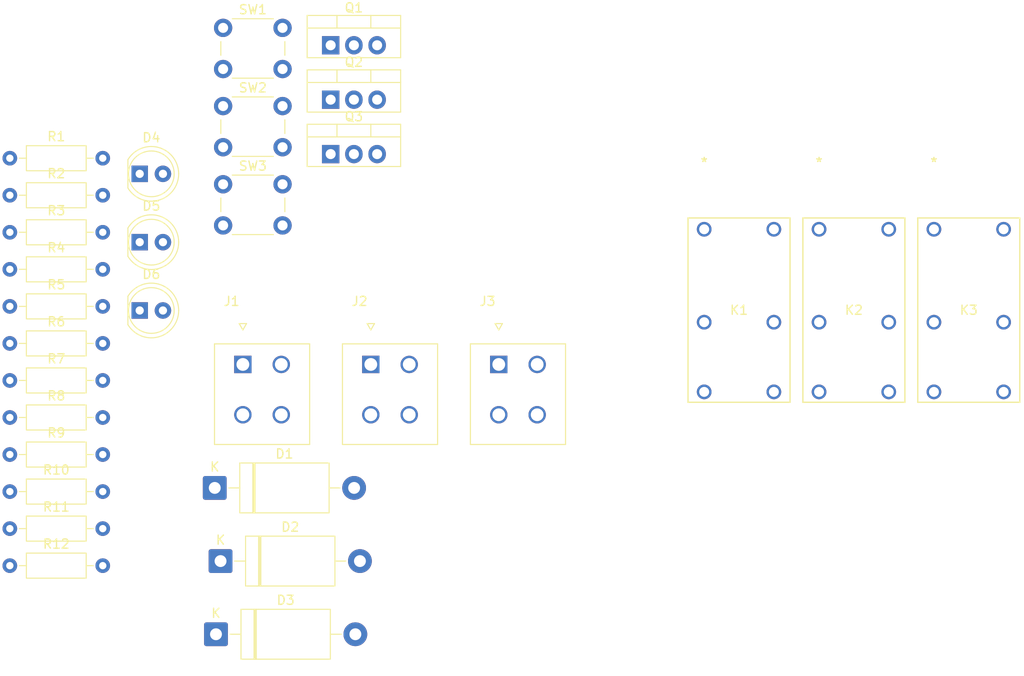
<source format=kicad_pcb>
(kicad_pcb (version 20241229) (generator "pcbnew") (generator_version "9.0")
  (layers (0 "F.Cu" signal) (2 "B.Cu" signal) (13 "F.Paste" user) (15 "B.Paste" user) (5 "F.SilkS" user "F.Silkscreen") (7 "B.SilkS" user "B.Silkscreen") (1 "F.Mask" user) (3 "B.Mask" user) (25 "Edge.Cuts" user))
  (net 0 "")
  (net 1 "BSPD_FAULT")
  (net 2 "Net-(D1-K)")
  (net 3 "GND")
  (net 4 "Net-(D2-K)")
  (net 5 "Net-(D3-K)")
  (net 6 "BMS_FAULT")
  (net 7 "GVLM_INPUT")
  (net 8 "+12V")
  (net 10 "IMD_FAULT")
  (net 11 "IMDfault_LED")
  (net 12 "BSPDfault_LED")
  (net 13 "BMSfault_LED")
  (net 14 "Net-(D4-K)")
  (net 15 "Net-(D5-K)")
  (net 16 "Net-(D6-K)")
  (net 17 "Net-(Q3-D)")
  (net 18 "Net-(Q2-G)")
  (net 19 "Net-(Q1-D)")
  (net 20 "Net-(Q1-G)")
  (net 21 "Net-(Q2-D)")
  (net 22 "Net-(Q3-G)")
  (footprint "Resistor_THT:R_Axial_DIN0207_L6.3mm_D2.5mm_P10.16mm_Horizontal" (layer "F.Cu") (at 151.34 83.7)
    (property "Reference" "R6" (at 5.08 -2.37 0) (layer "F.SilkS"))
    (property "Value" "1k")
    (fp_line (start 1.04 0) (end 1.81 0) (stroke (width 0.12)) (layer "F.SilkS"))
    (fp_line (start 9.12 0) (end 8.35 0) (stroke (width 0.12)) (layer "F.SilkS"))
    (fp_rect (start 1.81 -1.37) (end 8.35 1.37) (stroke (width 0.12)) (fill no) (layer "F.SilkS"))
    (pad "1" thru_hole circle (at 0 0) (size 1.6 1.6) (drill 0.8) (layers "*.Cu" "*.Mask") (net 2 "Net-(D1-K)"))
    (pad "2" thru_hole circle (at 10.16 0) (size 1.6 1.6) (drill 0.8) (layers "*.Cu" "*.Mask") (net 18 "Net-(Q2-G)"))
  )
  (footprint "Resistor_THT:R_Axial_DIN0207_L6.3mm_D2.5mm_P10.16mm_Horizontal" (layer "F.Cu") (at 151.34 75.6)
    (property "Reference" "R4" (at 5.08 -2.37 0) (layer "F.SilkS"))
    (property "Value" "470")
    (fp_line (start 1.04 0) (end 1.81 0) (stroke (width 0.12)) (layer "F.SilkS"))
    (fp_line (start 9.12 0) (end 8.35 0) (stroke (width 0.12)) (layer "F.SilkS"))
    (fp_rect (start 1.81 -1.37) (end 8.35 1.37) (stroke (width 0.12)) (fill no) (layer "F.SilkS"))
    (pad "1" thru_hole circle (at 0 0) (size 1.6 1.6) (drill 0.8) (layers "*.Cu" "*.Mask") (net 11 "IMDfault_LED"))
    (pad "2" thru_hole circle (at 10.16 0) (size 1.6 1.6) (drill 0.8) (layers "*.Cu" "*.Mask") (net 17 "Net-(Q3-D)"))
  )
  (footprint "LED_THT:LED_D5.0mm" (layer "F.Cu") (at 165.54 65.16)
    (property "Reference" "D4" (at 1.27 -3.96 0) (layer "F.SilkS"))
    (property "Value" "DEBUG LED")
    (fp_line (start -1.29 -1.545) (end -1.29 1.545) (stroke (width 0.12)) (layer "F.SilkS"))
    (fp_arc (start -1.29 -1.54483) (mid 2.071779 -2.880495) (end 4.26 0) (stroke (width 0.12)) (layer "F.SilkS"))
    (fp_arc (start 4.26 0) (mid 2.071779 2.880495) (end -1.29 1.54483) (stroke (width 0.12)) (layer "F.SilkS"))
    (fp_circle (center 1.27 0) (end 3.77 0) (stroke (width 0.12)) (fill no) (layer "F.SilkS"))
    (pad "1" thru_hole rect (at 0 0) (size 1.8 1.8) (drill 0.9) (layers "*.Cu" "*.Mask") (net 14 "Net-(D4-K)"))
    (pad "2" thru_hole circle (at 2.54 0) (size 1.8 1.8) (drill 0.9) (layers "*.Cu" "*.Mask") (net 2 "Net-(D1-K)"))
  )
  (footprint "Resistor_THT:R_Axial_DIN0207_L6.3mm_D2.5mm_P10.16mm_Horizontal" (layer "F.Cu") (at 151.34 99.9)
    (property "Reference" "R10" (at 5.08 -2.37 0) (layer "F.SilkS"))
    (property "Value" "10k")
    (fp_line (start 1.04 0) (end 1.81 0) (stroke (width 0.12)) (layer "F.SilkS"))
    (fp_line (start 9.12 0) (end 8.35 0) (stroke (width 0.12)) (layer "F.SilkS"))
    (fp_rect (start 1.81 -1.37) (end 8.35 1.37) (stroke (width 0.12)) (fill no) (layer "F.SilkS"))
    (pad "1" thru_hole circle (at 0 0) (size 1.6 1.6) (drill 0.8) (layers "*.Cu" "*.Mask") (net 4 "Net-(D2-K)"))
    (pad "2" thru_hole circle (at 10.16 0) (size 1.6 1.6) (drill 0.8) (layers "*.Cu" "*.Mask") (net 3 "GND"))
  )
  (footprint "1MyCustomLibrary:MOLEX_39296048" (layer "F.Cu") (at 190.81 86)
    (property "Reference" "J2" (at -1.225 -6.905 0) (layer "F.SilkS"))
    (property "Value" "2x2con")
    (fp_line (start -3.1 -2.25) (end 7.3 -2.25) (stroke (width 0.127)) (layer "F.SilkS"))
    (fp_line (start -3.1 8.75) (end -3.1 -2.25) (stroke (width 0.127)) (layer "F.SilkS"))
    (fp_line (start -0.4 -4.47) (end 0 -3.77) (stroke (width 0.127)) (layer "F.SilkS"))
    (fp_line (start 0 -3.77) (end 0.4 -4.47) (stroke (width 0.127)) (layer "F.SilkS"))
    (fp_line (start 0.4 -4.47) (end -0.4 -4.47) (stroke (width 0.127)) (layer "F.SilkS"))
    (fp_line (start 7.3 -2.25) (end 7.3 8.75) (stroke (width 0.127)) (layer "F.SilkS"))
    (fp_line (start 7.3 8.75) (end -3.1 8.75) (stroke (width 0.127)) (layer "F.SilkS"))
    (pad "1" thru_hole rect (at 0 0) (size 1.9 1.9) (drill 1.4) (layers "*.Cu") (net 1 "BSPD_FAULT"))
    (pad "2" thru_hole circle (at 4.2 0) (size 1.9 1.9) (drill 1.4) (layers "*.Cu"))
    (pad "3" thru_hole circle (at 0 5.5) (size 1.9 1.9) (drill 1.4) (layers "*.Cu") (net 10 "IMD_FAULT"))
    (pad "4" thru_hole circle (at 4.2 5.5) (size 1.9 1.9) (drill 1.4) (layers "*.Cu") (net 6 "BMS_FAULT"))
  )
  (footprint "1MyCustomLibrary:MOLEX_39296048" (layer "F.Cu") (at 204.8 86)
    (property "Reference" "J3" (at -1.225 -6.905 0) (layer "F.SilkS"))
    (property "Value" "2x2con")
    (fp_line (start -3.1 -2.25) (end 7.3 -2.25) (stroke (width 0.127)) (layer "F.SilkS"))
    (fp_line (start -3.1 8.75) (end -3.1 -2.25) (stroke (width 0.127)) (layer "F.SilkS"))
    (fp_line (start -0.4 -4.47) (end 0 -3.77) (stroke (width 0.127)) (layer "F.SilkS"))
    (fp_line (start 0 -3.77) (end 0.4 -4.47) (stroke (width 0.127)) (layer "F.SilkS"))
    (fp_line (start 0.4 -4.47) (end -0.4 -4.47) (stroke (width 0.127)) (layer "F.SilkS"))
    (fp_line (start 7.3 -2.25) (end 7.3 8.75) (stroke (width 0.127)) (layer "F.SilkS"))
    (fp_line (start 7.3 8.75) (end -3.1 8.75) (stroke (width 0.127)) (layer "F.SilkS"))
    (pad "1" thru_hole rect (at 0 0) (size 1.9 1.9) (drill 1.4) (layers "*.Cu") (net 3 "GND"))
    (pad "2" thru_hole circle (at 4.2 0) (size 1.9 1.9) (drill 1.4) (layers "*.Cu") (net 12 "BSPDfault_LED"))
    (pad "3" thru_hole circle (at 0 5.5) (size 1.9 1.9) (drill 1.4) (layers "*.Cu") (net 13 "BMSfault_LED"))
    (pad "4" thru_hole circle (at 4.2 5.5) (size 1.9 1.9) (drill 1.4) (layers "*.Cu") (net 11 "IMDfault_LED"))
  )
  (footprint "Resistor_THT:R_Axial_DIN0207_L6.3mm_D2.5mm_P10.16mm_Horizontal" (layer "F.Cu") (at 151.34 108)
    (property "Reference" "R12" (at 5.08 -2.37 0) (layer "F.SilkS"))
    (property "Value" "10k")
    (fp_line (start 1.04 0) (end 1.81 0) (stroke (width 0.12)) (layer "F.SilkS"))
    (fp_line (start 9.12 0) (end 8.35 0) (stroke (width 0.12)) (layer "F.SilkS"))
    (fp_rect (start 1.81 -1.37) (end 8.35 1.37) (stroke (width 0.12)) (fill no) (layer "F.SilkS"))
    (pad "1" thru_hole circle (at 0 0) (size 1.6 1.6) (drill 0.8) (layers "*.Cu" "*.Mask") (net 5 "Net-(D3-K)"))
    (pad "2" thru_hole circle (at 10.16 0) (size 1.6 1.6) (drill 0.8) (layers "*.Cu" "*.Mask") (net 3 "GND"))
  )
  (footprint "Diode_THT:D_DO-201_P15.24mm_Horizontal" (layer "F.Cu") (at 173.745 99.5)
    (property "Reference" "D1" (at 7.62 -3.725 0) (layer "F.SilkS"))
    (property "Value" "1N4148WT")
    (fp_line (start 1.54 0) (end 2.735 0) (stroke (width 0.12)) (layer "F.SilkS"))
    (fp_line (start 4.1645 -2.725) (end 4.1645 2.725) (stroke (width 0.12)) (layer "F.SilkS"))
    (fp_line (start 4.2845 -2.725) (end 4.2845 2.725) (stroke (width 0.12)) (layer "F.SilkS"))
    (fp_line (start 4.4045 -2.725) (end 4.4045 2.725) (stroke (width 0.12)) (layer "F.SilkS"))
    (fp_line (start 13.7 0) (end 12.505 0) (stroke (width 0.12)) (layer "F.SilkS"))
    (fp_rect (start 2.735 -2.725) (end 12.505 2.725) (stroke (width 0.12)) (fill no) (layer "F.SilkS"))
    (fp_text user "K" (at 0 -2.3 0) (layer "F.SilkS"))
    (pad "1" thru_hole roundrect (at 0 0) (size 2.6 2.6) (drill 1.3) (layers "*.Cu" "*.Mask") (roundrect_rratio 0.096154) (net 2 "Net-(D1-K)"))
    (pad "2" thru_hole circle (at 15.24 0) (size 2.6 2.6) (drill 1.3) (layers "*.Cu" "*.Mask") (net 1 "BSPD_FAULT"))
  )
  (footprint "Resistor_THT:R_Axial_DIN0207_L6.3mm_D2.5mm_P10.16mm_Horizontal" (layer "F.Cu") (at 151.34 91.8)
    (property "Reference" "R8" (at 5.08 -2.37 0) (layer "F.SilkS"))
    (property "Value" "1k")
    (fp_line (start 1.04 0) (end 1.81 0) (stroke (width 0.12)) (layer "F.SilkS"))
    (fp_line (start 9.12 0) (end 8.35 0) (stroke (width 0.12)) (layer "F.SilkS"))
    (fp_rect (start 1.81 -1.37) (end 8.35 1.37) (stroke (width 0.12)) (fill no) (layer "F.SilkS"))
    (pad "1" thru_hole circle (at 0 0) (size 1.6 1.6) (drill 0.8) (layers "*.Cu" "*.Mask") (net 20 "Net-(Q1-G)"))
    (pad "2" thru_hole circle (at 10.16 0) (size 1.6 1.6) (drill 0.8) (layers "*.Cu" "*.Mask") (net 4 "Net-(D2-K)"))
  )
  (footprint "Resistor_THT:R_Axial_DIN0207_L6.3mm_D2.5mm_P10.16mm_Horizontal" (layer "F.Cu") (at 151.34 103.95)
    (property "Reference" "R11" (at 5.08 -2.37 0) (layer "F.SilkS"))
    (property "Value" "1k")
    (fp_line (start 1.04 0) (end 1.81 0) (stroke (width 0.12)) (layer "F.SilkS"))
    (fp_line (start 9.12 0) (end 8.35 0) (stroke (width 0.12)) (layer "F.SilkS"))
    (fp_rect (start 1.81 -1.37) (end 8.35 1.37) (stroke (width 0.12)) (fill no) (layer "F.SilkS"))
    (pad "1" thru_hole circle (at 0 0) (size 1.6 1.6) (drill 0.8) (layers "*.Cu" "*.Mask") (net 22 "Net-(Q3-G)"))
    (pad "2" thru_hole circle (at 10.16 0) (size 1.6 1.6) (drill 0.8) (layers "*.Cu" "*.Mask") (net 5 "Net-(D3-K)"))
  )
  (footprint "1MyCustomLibrary:RELAY_G6B-2114P-US_OMR" (layer "F.Cu") (at 234.879196 88.900001)
    (property "Reference" "K1" (at -3.81 -8.840001 0) (layer "F.SilkS"))
    (property "Value" "Relay_DPST-NO")
    (fp_line (start -9.387002 -18.917001) (end -9.387002 1.237) (stroke (width 0.1524)) (layer "F.SilkS"))
    (fp_line (start -9.387002 1.237) (end 1.767002 1.237) (stroke (width 0.1524)) (layer "F.SilkS"))
    (fp_line (start 1.767002 -18.917001) (end -9.387002 -18.917001) (stroke (width 0.1524)) (layer "F.SilkS"))
    (fp_line (start 1.767002 1.237) (end 1.767002 -18.917001) (stroke (width 0.1524)) (layer "F.SilkS"))
    (fp_text user "*" (at -7.62 -24.980002 0) (layer "F.SilkS"))
    (fp_text user "*" (at -7.62 -24.980002 0) (layer "F.SilkS"))
    (pad "1" thru_hole circle (at -7.62 -17.680001) (size 1.608074 1.608074) (drill 1.0922) (layers "*.Cu" "*.Mask"))
    (pad "3" thru_hole circle (at -7.62 -7.520001) (size 1.608074 1.608074) (drill 1.0922) (layers "*.Cu" "*.Mask"))
    (pad "4" thru_hole circle (at -7.62 0.099999) (size 1.608074 1.608074) (drill 1.0922) (layers "*.Cu" "*.Mask"))
    (pad "5" thru_hole circle (at 0 0.099999) (size 1.608074 1.608074) (drill 1.0922) (layers "*.Cu" "*.Mask"))
    (pad "6" thru_hole circle (at 0 -7.520001) (size 1.608074 1.608074) (drill 1.0922) (layers "*.Cu" "*.Mask"))
    (pad "8" thru_hole circle (at 0 -17.680001) (size 1.608074 1.608074) (drill 1.0922) (layers "*.Cu" "*.Mask"))
  )
  (footprint "LED_THT:LED_D5.0mm" (layer "F.Cu") (at 165.54 72.63)
    (property "Reference" "D5" (at 1.27 -3.96 0) (layer "F.SilkS"))
    (property "Value" "DEBUG LED")
    (fp_line (start -1.29 -1.545) (end -1.29 1.545) (stroke (width 0.12)) (layer "F.SilkS"))
    (fp_arc (start -1.29 -1.54483) (mid 2.071779 -2.880495) (end 4.26 0) (stroke (width 0.12)) (layer "F.SilkS"))
    (fp_arc (start 4.26 0) (mid 2.071779 2.880495) (end -1.29 1.54483) (stroke (width 0.12)) (layer "F.SilkS"))
    (fp_circle (center 1.27 0) (end 3.77 0) (stroke (width 0.12)) (fill no) (layer "F.SilkS"))
    (pad "1" thru_hole rect (at 0 0) (size 1.8 1.8) (drill 0.9) (layers "*.Cu" "*.Mask") (net 15 "Net-(D5-K)"))
    (pad "2" thru_hole circle (at 2.54 0) (size 1.8 1.8) (drill 0.9) (layers "*.Cu" "*.Mask") (net 4 "Net-(D2-K)"))
  )
  (footprint "Button_Switch_THT:SW_PUSH_6mm" (layer "F.Cu") (at 174.66 66.3)
    (property "Reference" "SW3" (at 3.25 -2 0) (layer "F.SilkS"))
    (property "Value" "SW_Push")
    (fp_line (start -0.25 1.5) (end -0.25 3) (stroke (width 0.12)) (layer "F.SilkS"))
    (fp_line (start 1 5.5) (end 5.5 5.5) (stroke (width 0.12)) (layer "F.SilkS"))
    (fp_line (start 5.5 -1) (end 1 -1) (stroke (width 0.12)) (layer "F.SilkS"))
    (fp_line (start 6.75 3) (end 6.75 1.5) (stroke (width 0.12)) (layer "F.SilkS"))
    (pad "1" thru_hole circle (at 0 0 90) (size 2 2) (drill 1.1) (layers "*.Cu" "*.Mask") (net 8 "+12V"))
    (pad "1" thru_hole circle (at 6.5 0 90) (size 2 2) (drill 1.1) (layers "*.Cu" "*.Mask") (net 8 "+12V"))
    (pad "2" thru_hole circle (at 0 4.5 90) (size 2 2) (drill 1.1) (layers "*.Cu" "*.Mask") (net 5 "Net-(D3-K)"))
    (pad "2" thru_hole circle (at 6.5 4.5 90) (size 2 2) (drill 1.1) (layers "*.Cu" "*.Mask") (net 5 "Net-(D3-K)"))
  )
  (footprint "Resistor_THT:R_Axial_DIN0207_L6.3mm_D2.5mm_P10.16mm_Horizontal" (layer "F.Cu") (at 151.34 87.75)
    (property "Reference" "R7" (at 5.08 -2.37 0) (layer "F.SilkS"))
    (property "Value" "470")
    (fp_line (start 1.04 0) (end 1.81 0) (stroke (width 0.12)) (layer "F.SilkS"))
    (fp_line (start 9.12 0) (end 8.35 0) (stroke (width 0.12)) (layer "F.SilkS"))
    (fp_rect (start 1.81 -1.37) (end 8.35 1.37) (stroke (width 0.12)) (fill no) (layer "F.SilkS"))
    (pad "1" thru_hole circle (at 0 0) (size 1.6 1.6) (drill 0.8) (layers "*.Cu" "*.Mask") (net 11 "IMDfault_LED"))
    (pad "2" thru_hole circle (at 10.16 0) (size 1.6 1.6) (drill 0.8) (layers "*.Cu" "*.Mask") (net 19 "Net-(Q1-D)"))
  )
  (footprint "Resistor_THT:R_Axial_DIN0207_L6.3mm_D2.5mm_P10.16mm_Horizontal" (layer "F.Cu") (at 151.34 63.45)
    (property "Reference" "R1" (at 5.08 -2.37 0) (layer "F.SilkS"))
    (property "Value" "1k")
    (fp_line (start 1.04 0) (end 1.81 0) (stroke (width 0.12)) (layer "F.SilkS"))
    (fp_line (start 9.12 0) (end 8.35 0) (stroke (width 0.12)) (layer "F.SilkS"))
    (fp_rect (start 1.81 -1.37) (end 8.35 1.37) (stroke (width 0.12)) (fill no) (layer "F.SilkS"))
    (pad "1" thru_hole circle (at 0 0) (size 1.6 1.6) (drill 0.8) (layers "*.Cu" "*.Mask") (net 14 "Net-(D4-K)"))
    (pad "2" thru_hole circle (at 10.16 0) (size 1.6 1.6) (drill 0.8) (layers "*.Cu" "*.Mask") (net 1 "BSPD_FAULT"))
  )
  (footprint "Resistor_THT:R_Axial_DIN0207_L6.3mm_D2.5mm_P10.16mm_Horizontal" (layer "F.Cu") (at 151.34 79.65)
    (property "Reference" "R5" (at 5.08 -2.37 0) (layer "F.SilkS"))
    (property "Value" "10k")
    (fp_line (start 1.04 0) (end 1.81 0) (stroke (width 0.12)) (layer "F.SilkS"))
    (fp_line (start 9.12 0) (end 8.35 0) (stroke (width 0.12)) (layer "F.SilkS"))
    (fp_rect (start 1.81 -1.37) (end 8.35 1.37) (stroke (width 0.12)) (fill no) (layer "F.SilkS"))
    (pad "1" thru_hole circle (at 0 0) (size 1.6 1.6) (drill 0.8) (layers "*.Cu" "*.Mask") (net 2 "Net-(D1-K)"))
    (pad "2" thru_hole circle (at 10.16 0) (size 1.6 1.6) (drill 0.8) (layers "*.Cu" "*.Mask") (net 3 "GND"))
  )
  (footprint "LED_THT:LED_D5.0mm" (layer "F.Cu") (at 165.54 80.1)
    (property "Reference" "D6" (at 1.27 -3.96 0) (layer "F.SilkS"))
    (property "Value" "DEBUG LED")
    (fp_line (start -1.29 -1.545) (end -1.29 1.545) (stroke (width 0.12)) (layer "F.SilkS"))
    (fp_arc (start -1.29 -1.54483) (mid 2.071779 -2.880495) (end 4.26 0) (stroke (width 0.12)) (layer "F.SilkS"))
    (fp_arc (start 4.26 0) (mid 2.071779 2.880495) (end -1.29 1.54483) (stroke (width 0.12)) (layer "F.SilkS"))
    (fp_circle (center 1.27 0) (end 3.77 0) (stroke (width 0.12)) (fill no) (layer "F.SilkS"))
    (pad "1" thru_hole rect (at 0 0) (size 1.8 1.8) (drill 0.9) (layers "*.Cu" "*.Mask") (net 16 "Net-(D6-K)"))
    (pad "2" thru_hole circle (at 2.54 0) (size 1.8 1.8) (drill 0.9) (layers "*.Cu" "*.Mask") (net 5 "Net-(D3-K)"))
  )
  (footprint "Resistor_THT:R_Axial_DIN0207_L6.3mm_D2.5mm_P10.16mm_Horizontal" (layer "F.Cu") (at 151.34 67.5)
    (property "Reference" "R2" (at 5.08 -2.37 0) (layer "F.SilkS"))
    (property "Value" "1k")
    (fp_line (start 1.04 0) (end 1.81 0) (stroke (width 0.12)) (layer "F.SilkS"))
    (fp_line (start 9.12 0) (end 8.35 0) (stroke (width 0.12)) (layer "F.SilkS"))
    (fp_rect (start 1.81 -1.37) (end 8.35 1.37) (stroke (width 0.12)) (fill no) (layer "F.SilkS"))
    (pad "1" thru_hole circle (at 0 0) (size 1.6 1.6) (drill 0.8) (layers "*.Cu" "*.Mask") (net 15 "Net-(D5-K)"))
    (pad "2" thru_hole circle (at 10.16 0) (size 1.6 1.6) (drill 0.8) (layers "*.Cu" "*.Mask") (net 3 "GND"))
  )
  (footprint "Resistor_THT:R_Axial_DIN0207_L6.3mm_D2.5mm_P10.16mm_Horizontal" (layer "F.Cu") (at 151.34 95.85)
    (property "Reference" "R9" (at 5.08 -2.37 0) (layer "F.SilkS"))
    (property "Value" "470")
    (fp_line (start 1.04 0) (end 1.81 0) (stroke (width 0.12)) (layer "F.SilkS"))
    (fp_line (start 9.12 0) (end 8.35 0) (stroke (width 0.12)) (layer "F.SilkS"))
    (fp_rect (start 1.81 -1.37) (end 8.35 1.37) (stroke (width 0.12)) (fill no) (layer "F.SilkS"))
    (pad "1" thru_hole circle (at 0 0) (size 1.6 1.6) (drill 0.8) (layers "*.Cu" "*.Mask") (net 12 "BSPDfault_LED"))
    (pad "2" thru_hole circle (at 10.16 0) (size 1.6 1.6) (drill 0.8) (layers "*.Cu" "*.Mask") (net 21 "Net-(Q2-D)"))
  )
  (footprint "Package_TO_SOT_THT:TO-220-3_Vertical" (layer "F.Cu") (at 186.42 57.05)
    (property "Reference" "Q2" (at 2.54 -4.1 0) (layer "F.SilkS"))
    (property "Value" "PMOS")
    (fp_line (start -2.57 -3.26) (end 7.65 -3.26) (stroke (width 0.12)) (layer "F.SilkS"))
    (fp_line (start -2.57 -1.88) (end 7.65 -1.88) (stroke (width 0.12)) (layer "F.SilkS"))
    (fp_line (start -2.57 1.36) (end -2.57 -3.26) (stroke (width 0.12)) (layer "F.SilkS"))
    (fp_line (start 0.69 -3.26) (end 0.69 -1.88) (stroke (width 0.12)) (layer "F.SilkS"))
    (fp_line (start 4.39 -3.26) (end 4.39 -1.88) (stroke (width 0.12)) (layer "F.SilkS"))
    (fp_line (start 7.65 -3.26) (end 7.65 1.36) (stroke (width 0.12)) (layer "F.SilkS"))
    (fp_line (start 7.65 1.36) (end -2.57 1.36) (stroke (width 0.12)) (layer "F.SilkS"))
    (pad "1" thru_hole rect (at 0 0) (size 1.905 2) (drill 1.1) (layers "*.Cu" "*.Mask") (net 21 "Net-(Q2-D)"))
    (pad "2" thru_hole oval (at 2.54 0) (size 1.905 2) (drill 1.1) (layers "*.Cu" "*.Mask") (net 18 "Net-(Q2-G)"))
    (pad "3" thru_hole oval (at 5.08 0) (size 1.905 2) (drill 1.1) (layers "*.Cu" "*.Mask") (net 8 "+12V"))
  )
  (footprint "Package_TO_SOT_THT:TO-220-3_Vertical" (layer "F.Cu") (at 186.42 63)
    (property "Reference" "Q3" (at 2.54 -4.1 0) (layer "F.SilkS"))
    (property "Value" "PMOS")
    (fp_line (start -2.57 -3.26) (end 7.65 -3.26) (stroke (width 0.12)) (layer "F.SilkS"))
    (fp_line (start -2.57 -1.88) (end 7.65 -1.88) (stroke (width 0.12)) (layer "F.SilkS"))
    (fp_line (start -2.57 1.36) (end -2.57 -3.26) (stroke (width 0.12)) (layer "F.SilkS"))
    (fp_line (start 0.69 -3.26) (end 0.69 -1.88) (stroke (width 0.12)) (layer "F.SilkS"))
    (fp_line (start 4.39 -3.26) (end 4.39 -1.88) (stroke (width 0.12)) (layer "F.SilkS"))
    (fp_line (start 7.65 -3.26) (end 7.65 1.36) (stroke (width 0.12)) (layer "F.SilkS"))
    (fp_line (start 7.65 1.36) (end -2.57 1.36) (stroke (width 0.12)) (layer "F.SilkS"))
    (pad "1" thru_hole rect (at 0 0) (size 1.905 2) (drill 1.1) (layers "*.Cu" "*.Mask") (net 17 "Net-(Q3-D)"))
    (pad "2" thru_hole oval (at 2.54 0) (size 1.905 2) (drill 1.1) (layers "*.Cu" "*.Mask") (net 22 "Net-(Q3-G)"))
    (pad "3" thru_hole oval (at 5.08 0) (size 1.905 2) (drill 1.1) (layers "*.Cu" "*.Mask") (net 8 "+12V"))
  )
  (footprint "1MyCustomLibrary:RELAY_G6B-2114P-US_OMR" (layer "F.Cu") (at 247.439598 88.900001)
    (property "Reference" "K2" (at -3.81 -8.840001 0) (layer "F.SilkS"))
    (property "Value" "Relay_DPST-NO")
    (fp_line (start -9.387002 -18.917001) (end -9.387002 1.237) (stroke (width 0.1524)) (layer "F.SilkS"))
    (fp_line (start -9.387002 1.237) (end 1.767002 1.237) (stroke (width 0.1524)) (layer "F.SilkS"))
    (fp_line (start 1.767002 -18.917001) (end -9.387002 -18.917001) (stroke (width 0.1524)) (layer "F.SilkS"))
    (fp_line (start 1.767002 1.237) (end 1.767002 -18.917001) (stroke (width 0.1524)) (layer "F.SilkS"))
    (fp_text user "*" (at -7.62 -24.980002 0) (layer "F.SilkS"))
    (fp_text user "*" (at -7.62 -24.980002 0) (layer "F.SilkS"))
    (pad "1" thru_hole circle (at -7.62 -17.680001) (size 1.608074 1.608074) (drill 1.0922) (layers "*.Cu" "*.Mask"))
    (pad "3" thru_hole circle (at -7.62 -7.520001) (size 1.608074 1.608074) (drill 1.0922) (layers "*.Cu" "*.Mask"))
    (pad "4" thru_hole circle (at -7.62 0.099999) (size 1.608074 1.608074) (drill 1.0922) (layers "*.Cu" "*.Mask"))
    (pad "5" thru_hole circle (at 0 0.099999) (size 1.608074 1.608074) (drill 1.0922) (layers "*.Cu" "*.Mask"))
    (pad "6" thru_hole circle (at 0 -7.520001) (size 1.608074 1.608074) (drill 1.0922) (layers "*.Cu" "*.Mask"))
    (pad "8" thru_hole circle (at 0 -17.680001) (size 1.608074 1.608074) (drill 1.0922) (layers "*.Cu" "*.Mask"))
  )
  (footprint "Button_Switch_THT:SW_PUSH_6mm" (layer "F.Cu") (at 174.66 57.75)
    (property "Reference" "SW2" (at 3.25 -2 0) (layer "F.SilkS"))
    (property "Value" "SW_Push")
    (fp_line (start -0.25 1.5) (end -0.25 3) (stroke (width 0.12)) (layer "F.SilkS"))
    (fp_line (start 1 5.5) (end 5.5 5.5) (stroke (width 0.12)) (layer "F.SilkS"))
    (fp_line (start 5.5 -1) (end 1 -1) (stroke (width 0.12)) (layer "F.SilkS"))
    (fp_line (start 6.75 3) (end 6.75 1.5) (stroke (width 0.12)) (layer "F.SilkS"))
    (pad "1" thru_hole circle (at 0 0 90) (size 2 2) (drill 1.1) (layers "*.Cu" "*.Mask") (net 10 "IMD_FAULT"))
    (pad "1" thru_hole circle (at 6.5 0 90) (size 2 2) (drill 1.1) (layers "*.Cu" "*.Mask") (net 10 "IMD_FAULT"))
    (pad "2" thru_hole circle (at 0 4.5 90) (size 2 2) (drill 1.1) (layers "*.Cu" "*.Mask") (net 4 "Net-(D2-K)"))
    (pad "2" thru_hole circle (at 6.5 4.5 90) (size 2 2) (drill 1.1) (layers "*.Cu" "*.Mask") (net 4 "Net-(D2-K)"))
  )
  (footprint "Button_Switch_THT:SW_PUSH_6mm" (layer "F.Cu") (at 174.66 49.2)
    (property "Reference" "SW1" (at 3.25 -2 0) (layer "F.SilkS"))
    (property "Value" "SW_Push")
    (fp_line (start -0.25 1.5) (end -0.25 3) (stroke (width 0.12)) (layer "F.SilkS"))
    (fp_line (start 1 5.5) (end 5.5 5.5) (stroke (width 0.12)) (layer "F.SilkS"))
    (fp_line (start 5.5 -1) (end 1 -1) (stroke (width 0.12)) (layer "F.SilkS"))
    (fp_line (start 6.75 3) (end 6.75 1.5) (stroke (width 0.12)) (layer "F.SilkS"))
    (pad "1" thru_hole circle (at 0 0 90) (size 2 2) (drill 1.1) (layers "*.Cu" "*.Mask") (net 8 "+12V"))
    (pad "1" thru_hole circle (at 6.5 0 90) (size 2 2) (drill 1.1) (layers "*.Cu" "*.Mask") (net 8 "+12V"))
    (pad "2" thru_hole circle (at 0 4.5 90) (size 2 2) (drill 1.1) (layers "*.Cu" "*.Mask") (net 2 "Net-(D1-K)"))
    (pad "2" thru_hole circle (at 6.5 4.5 90) (size 2 2) (drill 1.1) (layers "*.Cu" "*.Mask") (net 2 "Net-(D1-K)"))
  )
  (footprint "1MyCustomLibrary:MOLEX_39296048" (layer "F.Cu") (at 176.82 86)
    (property "Reference" "J1" (at -1.225 -6.905 0) (layer "F.SilkS"))
    (property "Value" "2x2con")
    (fp_line (start -3.1 -2.25) (end 7.3 -2.25) (stroke (width 0.127)) (layer "F.SilkS"))
    (fp_line (start -3.1 8.75) (end -3.1 -2.25) (stroke (width 0.127)) (layer "F.SilkS"))
    (fp_line (start -0.4 -4.47) (end 0 -3.77) (stroke (width 0.127)) (layer "F.SilkS"))
    (fp_line (start 0 -3.77) (end 0.4 -4.47) (stroke (width 0.127)) (layer "F.SilkS"))
    (fp_line (start 0.4 -4.47) (end -0.4 -4.47) (stroke (width 0.127)) (layer "F.SilkS"))
    (fp_line (start 7.3 -2.25) (end 7.3 8.75) (stroke (width 0.127)) (layer "F.SilkS"))
    (fp_line (start 7.3 8.75) (end -3.1 8.75) (stroke (width 0.127)) (layer "F.SilkS"))
    (pad "1" thru_hole rect (at 0 0) (size 1.9 1.9) (drill 1.4) (layers "*.Cu") (net 3 "GND"))
    (pad "2" thru_hole circle (at 4.2 0) (size 1.9 1.9) (drill 1.4) (layers "*.Cu") (net 8 "+12V"))
    (pad "3" thru_hole circle (at 0 5.5) (size 1.9 1.9) (drill 1.4) (layers "*.Cu") (net 7 "GVLM_INPUT"))
    (pad "4" thru_hole circle (at 4.2 5.5) (size 1.9 1.9) (drill 1.4) (layers "*.Cu") (net 7 "GVLM_INPUT"))
  )
  (footprint "Resistor_THT:R_Axial_DIN0207_L6.3mm_D2.5mm_P10.16mm_Horizontal" (layer "F.Cu") (at 151.34 71.55)
    (property "Reference" "R3" (at 5.08 -2.37 0) (layer "F.SilkS"))
    (property "Value" "1k")
    (fp_line (start 1.04 0) (end 1.81 0) (stroke (width 0.12)) (layer "F.SilkS"))
    (fp_line (start 9.12 0) (end 8.35 0) (stroke (width 0.12)) (layer "F.SilkS"))
    (fp_rect (start 1.81 -1.37) (end 8.35 1.37) (stroke (width 0.12)) (fill no) (layer "F.SilkS"))
    (pad "1" thru_hole circle (at 0 0) (size 1.6 1.6) (drill 0.8) (layers "*.Cu" "*.Mask") (net 16 "Net-(D6-K)"))
    (pad "2" thru_hole circle (at 10.16 0) (size 1.6 1.6) (drill 0.8) (layers "*.Cu" "*.Mask") (net 6 "BMS_FAULT"))
  )
  (footprint "Diode_THT:D_DO-201_P15.24mm_Horizontal" (layer "F.Cu") (at 173.88 115.5)
    (property "Reference" "D3" (at 7.62 -3.725 0) (layer "F.SilkS"))
    (property "Value" "1N4148WT")
    (fp_line (start 1.54 0) (end 2.735 0) (stroke (width 0.12)) (layer "F.SilkS"))
    (fp_line (start 4.1645 -2.725) (end 4.1645 2.725) (stroke (width 0.12)) (layer "F.SilkS"))
    (fp_line (start 4.2845 -2.725) (end 4.2845 2.725) (stroke (width 0.12)) (layer "F.SilkS"))
    (fp_line (start 4.4045 -2.725) (end 4.4045 2.725) (stroke (width 0.12)) (layer "F.SilkS"))
    (fp_line (start 13.7 0) (end 12.505 0) (stroke (width 0.12)) (layer "F.SilkS"))
    (fp_rect (start 2.735 -2.725) (end 12.505 2.725) (stroke (width 0.12)) (fill no) (layer "F.SilkS"))
    (fp_text user "K" (at 0 -2.3 0) (layer "F.SilkS"))
    (pad "1" thru_hole roundrect (at 0 0) (size 2.6 2.6) (drill 1.3) (layers "*.Cu" "*.Mask") (roundrect_rratio 0.096154) (net 5 "Net-(D3-K)"))
    (pad "2" thru_hole circle (at 15.24 0) (size 2.6 2.6) (drill 1.3) (layers "*.Cu" "*.Mask") (net 6 "BMS_FAULT"))
  )
  (footprint "Package_TO_SOT_THT:TO-220-3_Vertical" (layer "F.Cu") (at 186.42 51.1)
    (property "Reference" "Q1" (at 2.54 -4.1 0) (layer "F.SilkS"))
    (property "Value" "PMOS")
    (fp_line (start -2.57 -3.26) (end 7.65 -3.26) (stroke (width 0.12)) (layer "F.SilkS"))
    (fp_line (start -2.57 -1.88) (end 7.65 -1.88) (stroke (width 0.12)) (layer "F.SilkS"))
    (fp_line (start -2.57 1.36) (end -2.57 -3.26) (stroke (width 0.12)) (layer "F.SilkS"))
    (fp_line (start 0.69 -3.26) (end 0.69 -1.88) (stroke (width 0.12)) (layer "F.SilkS"))
    (fp_line (start 4.39 -3.26) (end 4.39 -1.88) (stroke (width 0.12)) (layer "F.SilkS"))
    (fp_line (start 7.65 -3.26) (end 7.65 1.36) (stroke (width 0.12)) (layer "F.SilkS"))
    (fp_line (start 7.65 1.36) (end -2.57 1.36) (stroke (width 0.12)) (layer "F.SilkS"))
    (pad "1" thru_hole rect (at 0 0) (size 1.905 2) (drill 1.1) (layers "*.Cu" "*.Mask") (net 19 "Net-(Q1-D)"))
    (pad "2" thru_hole oval (at 2.54 0) (size 1.905 2) (drill 1.1) (layers "*.Cu" "*.Mask") (net 20 "Net-(Q1-G)"))
    (pad "3" thru_hole oval (at 5.08 0) (size 1.905 2) (drill 1.1) (layers "*.Cu" "*.Mask") (net 8 "+12V"))
  )
  (footprint "1MyCustomLibrary:RELAY_G6B-2114P-US_OMR" (layer "F.Cu") (at 260 88.900001)
    (property "Reference" "K3" (at -3.81 -8.840001 0) (layer "F.SilkS"))
    (property "Value" "Relay_DPST-NO")
    (fp_line (start -9.387002 -18.917001) (end -9.387002 1.237) (stroke (width 0.1524)) (layer "F.SilkS"))
    (fp_line (start -9.387002 1.237) (end 1.767002 1.237) (stroke (width 0.1524)) (layer "F.SilkS"))
    (fp_line (start 1.767002 -18.917001) (end -9.387002 -18.917001) (stroke (width 0.1524)) (layer "F.SilkS"))
    (fp_line (start 1.767002 1.237) (end 1.767002 -18.917001) (stroke (width 0.1524)) (layer "F.SilkS"))
    (fp_text user "*" (at -7.62 -24.980002 0) (layer "F.SilkS"))
    (fp_text user "*" (at -7.62 -24.980002 0) (layer "F.SilkS"))
    (pad "1" thru_hole circle (at -7.62 -17.680001) (size 1.608074 1.608074) (drill 1.0922) (layers "*.Cu" "*.Mask"))
    (pad "3" thru_hole circle (at -7.62 -7.520001) (size 1.608074 1.608074) (drill 1.0922) (layers "*.Cu" "*.Mask"))
    (pad "4" thru_hole circle (at -7.62 0.099999) (size 1.608074 1.608074) (drill 1.0922) (layers "*.Cu" "*.Mask"))
    (pad "5" thru_hole circle (at 0 0.099999) (size 1.608074 1.608074) (drill 1.0922) (layers "*.Cu" "*.Mask"))
    (pad "6" thru_hole circle (at 0 -7.520001) (size 1.608074 1.608074) (drill 1.0922) (layers "*.Cu" "*.Mask"))
    (pad "8" thru_hole circle (at 0 -17.680001) (size 1.608074 1.608074) (drill 1.0922) (layers "*.Cu" "*.Mask"))
  )
  (footprint "Diode_THT:D_DO-201_P15.24mm_Horizontal" (layer "F.Cu") (at 174.38 107.5)
    (property "Reference" "D2" (at 7.62 -3.725 0) (layer "F.SilkS"))
    (property "Value" "1N4148WT")
    (fp_line (start 1.54 0) (end 2.735 0) (stroke (width 0.12)) (layer "F.SilkS"))
    (fp_line (start 4.1645 -2.725) (end 4.1645 2.725) (stroke (width 0.12)) (layer "F.SilkS"))
    (fp_line (start 4.2845 -2.725) (end 4.2845 2.725) (stroke (width 0.12)) (layer "F.SilkS"))
    (fp_line (start 4.4045 -2.725) (end 4.4045 2.725) (stroke (width 0.12)) (layer "F.SilkS"))
    (fp_line (start 13.7 0) (end 12.505 0) (stroke (width 0.12)) (layer "F.SilkS"))
    (fp_rect (start 2.735 -2.725) (end 12.505 2.725) (stroke (width 0.12)) (fill no) (layer "F.SilkS"))
    (fp_text user "K" (at 0 -2.3 0) (layer "F.SilkS"))
    (pad "1" thru_hole roundrect (at 0 0) (size 2.6 2.6) (drill 1.3) (layers "*.Cu" "*.Mask") (roundrect_rratio 0.096154) (net 4 "Net-(D2-K)"))
    (pad "2" thru_hole circle (at 15.24 0) (size 2.6 2.6) (drill 1.3) (layers "*.Cu" "*.Mask") (net 3 "GND"))
  )
)
</source>
